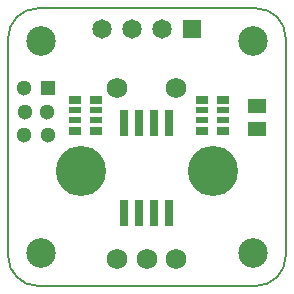
<source format=gbs>
G04 (created by PCBNEW (2013-02-28 BZR 3978)-testing) date Sat 02 Mar 2013 05:47:58 AM CET*
%MOIN*%
G04 Gerber Fmt 3.4, Leading zero omitted, Abs format*
%FSLAX34Y34*%
G01*
G70*
G90*
G04 APERTURE LIST*
%ADD10C,3.14961e-06*%
%ADD11C,0.00787402*%
%ADD12C,0.0688976*%
%ADD13O,0.167323X0.167323*%
%ADD14C,0.0984252*%
%ADD15R,0.0511811X0.0511811*%
%ADD16C,0.0511811*%
%ADD17R,0.0649606X0.0649606*%
%ADD18C,0.0649606*%
%ADD19R,0.0275591X0.0866142*%
%ADD20R,0.059X0.0511*%
%ADD21R,0.0393701X0.0255906*%
%ADD22R,0.0393701X0.019685*%
G04 APERTURE END LIST*
G54D10*
G54D11*
X48129Y-33562D02*
X40846Y-33562D01*
X49114Y-41830D02*
X49114Y-34547D01*
X40846Y-42814D02*
X48129Y-42814D01*
X39862Y-34547D02*
X39862Y-41830D01*
X39862Y-41830D02*
G75*
G03X40846Y-42814I984J0D01*
G74*
G01*
X48129Y-42814D02*
G75*
G03X49114Y-41830I0J984D01*
G74*
G01*
X49114Y-34547D02*
G75*
G03X48129Y-33562I-984J0D01*
G74*
G01*
X40846Y-33562D02*
G75*
G03X39862Y-34547I0J-984D01*
G74*
G01*
G54D12*
X43503Y-41929D03*
X45472Y-41929D03*
X44488Y-41929D03*
X45472Y-36220D03*
X43503Y-36220D03*
G54D13*
X46673Y-38976D03*
X42303Y-38976D03*
G54D14*
X48031Y-41732D03*
X40944Y-41732D03*
X40944Y-34645D03*
X48031Y-34645D03*
G54D15*
X41200Y-36220D03*
G54D16*
X40374Y-36220D03*
X41161Y-37007D03*
X40413Y-37007D03*
X41200Y-37795D03*
X40374Y-37795D03*
G54D17*
X45988Y-34251D03*
G54D18*
X44988Y-34251D03*
X43988Y-34251D03*
X42988Y-34251D03*
G54D19*
X43738Y-37397D03*
X44238Y-37397D03*
X44738Y-37397D03*
X45238Y-37397D03*
X45238Y-40397D03*
X44738Y-40397D03*
X44238Y-40397D03*
X43738Y-40397D03*
G54D20*
X48149Y-37578D03*
X48149Y-36830D03*
G54D21*
X47027Y-37647D03*
G54D22*
X47027Y-37283D03*
X47027Y-36968D03*
G54D21*
X47027Y-36604D03*
X46318Y-37647D03*
G54D22*
X46318Y-37283D03*
X46318Y-36968D03*
G54D21*
X46318Y-36604D03*
X42086Y-36604D03*
G54D22*
X42086Y-36968D03*
X42086Y-37283D03*
G54D21*
X42086Y-37647D03*
X42795Y-36604D03*
G54D22*
X42795Y-36968D03*
X42795Y-37283D03*
G54D21*
X42795Y-37647D03*
M02*

</source>
